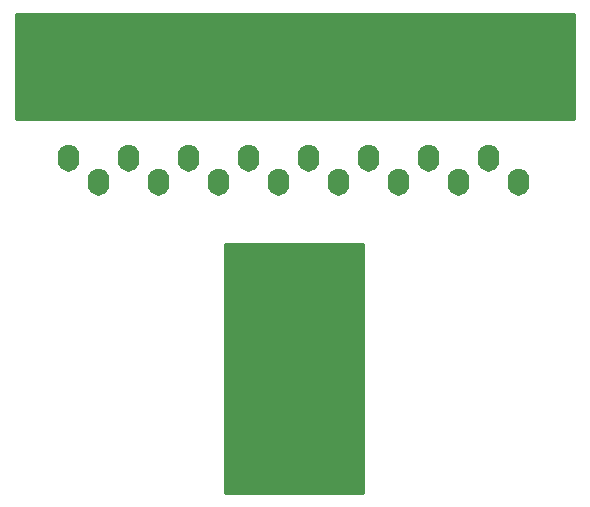
<source format=gts>
%FSTAX24Y24*%
%MOIN*%
%IN card16pad.gts *%
%ADD10C,0.0100*%
%ADD11C,0.0300*%
%ADD12C,0.0800*%
%ADD13R,0.0800X0.0800*%
D10*X012277Y004875D02*G01X007677D01*Y013175D01*X012277D01*Y004875D01*
G36*G01X007677D01*Y013175D01*X012277D01*Y004875D01*G37*
X00071Y017366D02*G01Y020866D01*X019335D01*Y017366D01*X00071D01*G36*
G01Y020866D01*X019335D01*Y017366D01*X00071D01*G37*X00246Y015666D02*
G01X002538Y015676D01*X00261Y015706D01*X002672Y015754D01*
X00272Y015816D01*X00275Y015888D01*X00276Y015966D01*Y016166D01*
X00275Y016244D01*X00272Y016316D01*X002672Y016378D01*X00261Y016426D01*
X002538Y016456D01*X00246Y016466D01*X002383Y016456D01*X00231Y016426D01*
X002248Y016378D01*X0022Y016316D01*X00217Y016244D01*X00216Y016166D01*
Y015966D01*X00217Y015888D01*X0022Y015816D01*X002248Y015754D01*
X00231Y015706D01*X002383Y015676D01*X00246Y015666D01*G36*
G01X002538Y015676D01*X00261Y015706D01*X002672Y015754D01*
X00272Y015816D01*X00275Y015888D01*X00276Y015966D01*Y016166D01*
X00275Y016244D01*X00272Y016316D01*X002672Y016378D01*X00261Y016426D01*
X002538Y016456D01*X00246Y016466D01*X002383Y016456D01*X00231Y016426D01*
X002248Y016378D01*X0022Y016316D01*X00217Y016244D01*X00216Y016166D01*
Y015966D01*X00217Y015888D01*X0022Y015816D01*X002248Y015754D01*
X00231Y015706D01*X002383Y015676D01*X00246Y015666D01*G37*X00446D02*
G01X004538Y015676D01*X00461Y015706D01*X004672Y015754D01*
X00472Y015816D01*X00475Y015888D01*X00476Y015966D01*Y016166D01*
X00475Y016244D01*X00472Y016316D01*X004672Y016378D01*X00461Y016426D01*
X004538Y016456D01*X00446Y016466D01*X004383Y016456D01*X00431Y016426D01*
X004248Y016378D01*X0042Y016316D01*X00417Y016244D01*X00416Y016166D01*
Y015966D01*X00417Y015888D01*X0042Y015816D01*X004248Y015754D01*
X00431Y015706D01*X004383Y015676D01*X00446Y015666D01*G36*
G01X004538Y015676D01*X00461Y015706D01*X004672Y015754D01*
X00472Y015816D01*X00475Y015888D01*X00476Y015966D01*Y016166D01*
X00475Y016244D01*X00472Y016316D01*X004672Y016378D01*X00461Y016426D01*
X004538Y016456D01*X00446Y016466D01*X004383Y016456D01*X00431Y016426D01*
X004248Y016378D01*X0042Y016316D01*X00417Y016244D01*X00416Y016166D01*
Y015966D01*X00417Y015888D01*X0042Y015816D01*X004248Y015754D01*
X00431Y015706D01*X004383Y015676D01*X00446Y015666D01*G37*X00646D02*
G01X006538Y015676D01*X00661Y015706D01*X006672Y015754D01*
X00672Y015816D01*X00675Y015888D01*X00676Y015966D01*Y016166D01*
X00675Y016244D01*X00672Y016316D01*X006672Y016378D01*X00661Y016426D01*
X006538Y016456D01*X00646Y016466D01*X006383Y016456D01*X00631Y016426D01*
X006248Y016378D01*X0062Y016316D01*X00617Y016244D01*X00616Y016166D01*
Y015966D01*X00617Y015888D01*X0062Y015816D01*X006248Y015754D01*
X00631Y015706D01*X006383Y015676D01*X00646Y015666D01*G36*
G01X006538Y015676D01*X00661Y015706D01*X006672Y015754D01*
X00672Y015816D01*X00675Y015888D01*X00676Y015966D01*Y016166D01*
X00675Y016244D01*X00672Y016316D01*X006672Y016378D01*X00661Y016426D01*
X006538Y016456D01*X00646Y016466D01*X006383Y016456D01*X00631Y016426D01*
X006248Y016378D01*X0062Y016316D01*X00617Y016244D01*X00616Y016166D01*
Y015966D01*X00617Y015888D01*X0062Y015816D01*X006248Y015754D01*
X00631Y015706D01*X006383Y015676D01*X00646Y015666D01*G37*X00846D02*
G01X008538Y015676D01*X00861Y015706D01*X008672Y015754D01*
X00872Y015816D01*X00875Y015888D01*X00876Y015966D01*Y016166D01*
X00875Y016244D01*X00872Y016316D01*X008672Y016378D01*X00861Y016426D01*
X008538Y016456D01*X00846Y016466D01*X008383Y016456D01*X00831Y016426D01*
X008248Y016378D01*X0082Y016316D01*X00817Y016244D01*X00816Y016166D01*
Y015966D01*X00817Y015888D01*X0082Y015816D01*X008248Y015754D01*
X00831Y015706D01*X008383Y015676D01*X00846Y015666D01*G36*
G01X008538Y015676D01*X00861Y015706D01*X008672Y015754D01*
X00872Y015816D01*X00875Y015888D01*X00876Y015966D01*Y016166D01*
X00875Y016244D01*X00872Y016316D01*X008672Y016378D01*X00861Y016426D01*
X008538Y016456D01*X00846Y016466D01*X008383Y016456D01*X00831Y016426D01*
X008248Y016378D01*X0082Y016316D01*X00817Y016244D01*X00816Y016166D01*
Y015966D01*X00817Y015888D01*X0082Y015816D01*X008248Y015754D01*
X00831Y015706D01*X008383Y015676D01*X00846Y015666D01*G37*X01046D02*
G01X010538Y015676D01*X01061Y015706D01*X010672Y015754D01*
X01072Y015816D01*X01075Y015888D01*X01076Y015966D01*Y016166D01*
X01075Y016244D01*X01072Y016316D01*X010672Y016378D01*X01061Y016426D01*
X010538Y016456D01*X01046Y016466D01*X010383Y016456D01*X01031Y016426D01*
X010248Y016378D01*X0102Y016316D01*X01017Y016244D01*X01016Y016166D01*
Y015966D01*X01017Y015888D01*X0102Y015816D01*X010248Y015754D01*
X01031Y015706D01*X010383Y015676D01*X01046Y015666D01*G36*
G01X010538Y015676D01*X01061Y015706D01*X010672Y015754D01*
X01072Y015816D01*X01075Y015888D01*X01076Y015966D01*Y016166D01*
X01075Y016244D01*X01072Y016316D01*X010672Y016378D01*X01061Y016426D01*
X010538Y016456D01*X01046Y016466D01*X010383Y016456D01*X01031Y016426D01*
X010248Y016378D01*X0102Y016316D01*X01017Y016244D01*X01016Y016166D01*
Y015966D01*X01017Y015888D01*X0102Y015816D01*X010248Y015754D01*
X01031Y015706D01*X010383Y015676D01*X01046Y015666D01*G37*X01246D02*
G01X012538Y015676D01*X01261Y015706D01*X012672Y015754D01*
X01272Y015816D01*X01275Y015888D01*X01276Y015966D01*Y016166D01*
X01275Y016244D01*X01272Y016316D01*X012672Y016378D01*X01261Y016426D01*
X012538Y016456D01*X01246Y016466D01*X012383Y016456D01*X01231Y016426D01*
X012248Y016378D01*X0122Y016316D01*X01217Y016244D01*X01216Y016166D01*
Y015966D01*X01217Y015888D01*X0122Y015816D01*X012248Y015754D01*
X01231Y015706D01*X012383Y015676D01*X01246Y015666D01*G36*
G01X012538Y015676D01*X01261Y015706D01*X012672Y015754D01*
X01272Y015816D01*X01275Y015888D01*X01276Y015966D01*Y016166D01*
X01275Y016244D01*X01272Y016316D01*X012672Y016378D01*X01261Y016426D01*
X012538Y016456D01*X01246Y016466D01*X012383Y016456D01*X01231Y016426D01*
X012248Y016378D01*X0122Y016316D01*X01217Y016244D01*X01216Y016166D01*
Y015966D01*X01217Y015888D01*X0122Y015816D01*X012248Y015754D01*
X01231Y015706D01*X012383Y015676D01*X01246Y015666D01*G37*X01446D02*
G01X014538Y015676D01*X01461Y015706D01*X014672Y015754D01*
X01472Y015816D01*X01475Y015888D01*X01476Y015966D01*Y016166D01*
X01475Y016244D01*X01472Y016316D01*X014672Y016378D01*X01461Y016426D01*
X014538Y016456D01*X01446Y016466D01*X014383Y016456D01*X01431Y016426D01*
X014248Y016378D01*X0142Y016316D01*X01417Y016244D01*X01416Y016166D01*
Y015966D01*X01417Y015888D01*X0142Y015816D01*X014248Y015754D01*
X01431Y015706D01*X014383Y015676D01*X01446Y015666D01*G36*
G01X014538Y015676D01*X01461Y015706D01*X014672Y015754D01*
X01472Y015816D01*X01475Y015888D01*X01476Y015966D01*Y016166D01*
X01475Y016244D01*X01472Y016316D01*X014672Y016378D01*X01461Y016426D01*
X014538Y016456D01*X01446Y016466D01*X014383Y016456D01*X01431Y016426D01*
X014248Y016378D01*X0142Y016316D01*X01417Y016244D01*X01416Y016166D01*
Y015966D01*X01417Y015888D01*X0142Y015816D01*X014248Y015754D01*
X01431Y015706D01*X014383Y015676D01*X01446Y015666D01*G37*X01646D02*
G01X016538Y015676D01*X01661Y015706D01*X016672Y015754D01*
X01672Y015816D01*X01675Y015888D01*X01676Y015966D01*Y016166D01*
X01675Y016244D01*X01672Y016316D01*X016672Y016378D01*X01661Y016426D01*
X016538Y016456D01*X01646Y016466D01*X016383Y016456D01*X01631Y016426D01*
X016248Y016378D01*X0162Y016316D01*X01617Y016244D01*X01616Y016166D01*
Y015966D01*X01617Y015888D01*X0162Y015816D01*X016248Y015754D01*
X01631Y015706D01*X016383Y015676D01*X01646Y015666D01*G36*
G01X016538Y015676D01*X01661Y015706D01*X016672Y015754D01*
X01672Y015816D01*X01675Y015888D01*X01676Y015966D01*Y016166D01*
X01675Y016244D01*X01672Y016316D01*X016672Y016378D01*X01661Y016426D01*
X016538Y016456D01*X01646Y016466D01*X016383Y016456D01*X01631Y016426D01*
X016248Y016378D01*X0162Y016316D01*X01617Y016244D01*X01616Y016166D01*
Y015966D01*X01617Y015888D01*X0162Y015816D01*X016248Y015754D01*
X01631Y015706D01*X016383Y015676D01*X01646Y015666D01*G37*
X00346Y014866D02*G01X003538Y014876D01*X00361Y014906D01*
X003672Y014954D01*X00372Y015016D01*X00375Y015088D01*X00376Y015166D01*
Y015366D01*X00375Y015444D01*X00372Y015516D01*X003672Y015578D01*
X00361Y015626D01*X003538Y015656D01*X00346Y015666D01*X003383Y015656D01*
X00331Y015626D01*X003248Y015578D01*X0032Y015516D01*X00317Y015444D01*
X00316Y015366D01*Y015166D01*X00317Y015088D01*X0032Y015016D01*
X003248Y014954D01*X00331Y014906D01*X003383Y014876D01*X00346Y014866D01*
G36*G01X003538Y014876D01*X00361Y014906D01*X003672Y014954D01*
X00372Y015016D01*X00375Y015088D01*X00376Y015166D01*Y015366D01*
X00375Y015444D01*X00372Y015516D01*X003672Y015578D01*X00361Y015626D01*
X003538Y015656D01*X00346Y015666D01*X003383Y015656D01*X00331Y015626D01*
X003248Y015578D01*X0032Y015516D01*X00317Y015444D01*X00316Y015366D01*
Y015166D01*X00317Y015088D01*X0032Y015016D01*X003248Y014954D01*
X00331Y014906D01*X003383Y014876D01*X00346Y014866D01*G37*X00546D02*
G01X005538Y014876D01*X00561Y014906D01*X005672Y014954D01*
X00572Y015016D01*X00575Y015088D01*X00576Y015166D01*Y015366D01*
X00575Y015444D01*X00572Y015516D01*X005672Y015578D01*X00561Y015626D01*
X005538Y015656D01*X00546Y015666D01*X005383Y015656D01*X00531Y015626D01*
X005248Y015578D01*X0052Y015516D01*X00517Y015444D01*X00516Y015366D01*
Y015166D01*X00517Y015088D01*X0052Y015016D01*X005248Y014954D01*
X00531Y014906D01*X005383Y014876D01*X00546Y014866D01*G36*
G01X005538Y014876D01*X00561Y014906D01*X005672Y014954D01*
X00572Y015016D01*X00575Y015088D01*X00576Y015166D01*Y015366D01*
X00575Y015444D01*X00572Y015516D01*X005672Y015578D01*X00561Y015626D01*
X005538Y015656D01*X00546Y015666D01*X005383Y015656D01*X00531Y015626D01*
X005248Y015578D01*X0052Y015516D01*X00517Y015444D01*X00516Y015366D01*
Y015166D01*X00517Y015088D01*X0052Y015016D01*X005248Y014954D01*
X00531Y014906D01*X005383Y014876D01*X00546Y014866D01*G37*X00746D02*
G01X007538Y014876D01*X00761Y014906D01*X007672Y014954D01*
X00772Y015016D01*X00775Y015088D01*X00776Y015166D01*Y015366D01*
X00775Y015444D01*X00772Y015516D01*X007672Y015578D01*X00761Y015626D01*
X007538Y015656D01*X00746Y015666D01*X007383Y015656D01*X00731Y015626D01*
X007248Y015578D01*X0072Y015516D01*X00717Y015444D01*X00716Y015366D01*
Y015166D01*X00717Y015088D01*X0072Y015016D01*X007248Y014954D01*
X00731Y014906D01*X007383Y014876D01*X00746Y014866D01*G36*
G01X007538Y014876D01*X00761Y014906D01*X007672Y014954D01*
X00772Y015016D01*X00775Y015088D01*X00776Y015166D01*Y015366D01*
X00775Y015444D01*X00772Y015516D01*X007672Y015578D01*X00761Y015626D01*
X007538Y015656D01*X00746Y015666D01*X007383Y015656D01*X00731Y015626D01*
X007248Y015578D01*X0072Y015516D01*X00717Y015444D01*X00716Y015366D01*
Y015166D01*X00717Y015088D01*X0072Y015016D01*X007248Y014954D01*
X00731Y014906D01*X007383Y014876D01*X00746Y014866D01*G37*X00946D02*
G01X009538Y014876D01*X00961Y014906D01*X009672Y014954D01*
X00972Y015016D01*X00975Y015088D01*X00976Y015166D01*Y015366D01*
X00975Y015444D01*X00972Y015516D01*X009672Y015578D01*X00961Y015626D01*
X009538Y015656D01*X00946Y015666D01*X009383Y015656D01*X00931Y015626D01*
X009248Y015578D01*X0092Y015516D01*X00917Y015444D01*X00916Y015366D01*
Y015166D01*X00917Y015088D01*X0092Y015016D01*X009248Y014954D01*
X00931Y014906D01*X009383Y014876D01*X00946Y014866D01*G36*
G01X009538Y014876D01*X00961Y014906D01*X009672Y014954D01*
X00972Y015016D01*X00975Y015088D01*X00976Y015166D01*Y015366D01*
X00975Y015444D01*X00972Y015516D01*X009672Y015578D01*X00961Y015626D01*
X009538Y015656D01*X00946Y015666D01*X009383Y015656D01*X00931Y015626D01*
X009248Y015578D01*X0092Y015516D01*X00917Y015444D01*X00916Y015366D01*
Y015166D01*X00917Y015088D01*X0092Y015016D01*X009248Y014954D01*
X00931Y014906D01*X009383Y014876D01*X00946Y014866D01*G37*X01146D02*
G01X011538Y014876D01*X01161Y014906D01*X011672Y014954D01*
X01172Y015016D01*X01175Y015088D01*X01176Y015166D01*Y015366D01*
X01175Y015444D01*X01172Y015516D01*X011672Y015578D01*X01161Y015626D01*
X011538Y015656D01*X01146Y015666D01*X011383Y015656D01*X01131Y015626D01*
X011248Y015578D01*X0112Y015516D01*X01117Y015444D01*X01116Y015366D01*
Y015166D01*X01117Y015088D01*X0112Y015016D01*X011248Y014954D01*
X01131Y014906D01*X011383Y014876D01*X01146Y014866D01*G36*
G01X011538Y014876D01*X01161Y014906D01*X011672Y014954D01*
X01172Y015016D01*X01175Y015088D01*X01176Y015166D01*Y015366D01*
X01175Y015444D01*X01172Y015516D01*X011672Y015578D01*X01161Y015626D01*
X011538Y015656D01*X01146Y015666D01*X011383Y015656D01*X01131Y015626D01*
X011248Y015578D01*X0112Y015516D01*X01117Y015444D01*X01116Y015366D01*
Y015166D01*X01117Y015088D01*X0112Y015016D01*X011248Y014954D01*
X01131Y014906D01*X011383Y014876D01*X01146Y014866D01*G37*X01346D02*
G01X013538Y014876D01*X01361Y014906D01*X013672Y014954D01*
X01372Y015016D01*X01375Y015088D01*X01376Y015166D01*Y015366D01*
X01375Y015444D01*X01372Y015516D01*X013672Y015578D01*X01361Y015626D01*
X013538Y015656D01*X01346Y015666D01*X013383Y015656D01*X01331Y015626D01*
X013248Y015578D01*X0132Y015516D01*X01317Y015444D01*X01316Y015366D01*
Y015166D01*X01317Y015088D01*X0132Y015016D01*X013248Y014954D01*
X01331Y014906D01*X013383Y014876D01*X01346Y014866D01*G36*
G01X013538Y014876D01*X01361Y014906D01*X013672Y014954D01*
X01372Y015016D01*X01375Y015088D01*X01376Y015166D01*Y015366D01*
X01375Y015444D01*X01372Y015516D01*X013672Y015578D01*X01361Y015626D01*
X013538Y015656D01*X01346Y015666D01*X013383Y015656D01*X01331Y015626D01*
X013248Y015578D01*X0132Y015516D01*X01317Y015444D01*X01316Y015366D01*
Y015166D01*X01317Y015088D01*X0132Y015016D01*X013248Y014954D01*
X01331Y014906D01*X013383Y014876D01*X01346Y014866D01*G37*X01546D02*
G01X015538Y014876D01*X01561Y014906D01*X015672Y014954D01*
X01572Y015016D01*X01575Y015088D01*X01576Y015166D01*Y015366D01*
X01575Y015444D01*X01572Y015516D01*X015672Y015578D01*X01561Y015626D01*
X015538Y015656D01*X01546Y015666D01*X015383Y015656D01*X01531Y015626D01*
X015248Y015578D01*X0152Y015516D01*X01517Y015444D01*X01516Y015366D01*
Y015166D01*X01517Y015088D01*X0152Y015016D01*X015248Y014954D01*
X01531Y014906D01*X015383Y014876D01*X01546Y014866D01*G36*
G01X015538Y014876D01*X01561Y014906D01*X015672Y014954D01*
X01572Y015016D01*X01575Y015088D01*X01576Y015166D01*Y015366D01*
X01575Y015444D01*X01572Y015516D01*X015672Y015578D01*X01561Y015626D01*
X015538Y015656D01*X01546Y015666D01*X015383Y015656D01*X01531Y015626D01*
X015248Y015578D01*X0152Y015516D01*X01517Y015444D01*X01516Y015366D01*
Y015166D01*X01517Y015088D01*X0152Y015016D01*X015248Y014954D01*
X01531Y014906D01*X015383Y014876D01*X01546Y014866D01*G37*X01746D02*
G01X017538Y014876D01*X01761Y014906D01*X017672Y014954D01*
X01772Y015016D01*X01775Y015088D01*X01776Y015166D01*Y015366D01*
X01775Y015444D01*X01772Y015516D01*X017672Y015578D01*X01761Y015626D01*
X017538Y015656D01*X01746Y015666D01*X017383Y015656D01*X01731Y015626D01*
X017248Y015578D01*X0172Y015516D01*X01717Y015444D01*X01716Y015366D01*
Y015166D01*X01717Y015088D01*X0172Y015016D01*X017248Y014954D01*
X01731Y014906D01*X017383Y014876D01*X01746Y014866D01*G36*
G01X017538Y014876D01*X01761Y014906D01*X017672Y014954D01*
X01772Y015016D01*X01775Y015088D01*X01776Y015166D01*Y015366D01*
X01775Y015444D01*X01772Y015516D01*X017672Y015578D01*X01761Y015626D01*
X017538Y015656D01*X01746Y015666D01*X017383Y015656D01*X01731Y015626D01*
X017248Y015578D01*X0172Y015516D01*X01717Y015444D01*X01716Y015366D01*
Y015166D01*X01717Y015088D01*X0172Y015016D01*X017248Y014954D01*
X01731Y014906D01*X017383Y014876D01*X01746Y014866D01*G37*
%LPC*%
%LPD*%
D12*X01146Y005591D03*X00846Y011591D03*Y010591D03*Y009591D03*Y008591D03*
Y007591D03*Y006591D03*D13*Y005591D03*D12*X01146Y006591D03*Y007591D03*
Y008591D03*Y009591D03*Y010591D03*Y011591D03*Y012591D03*X00846D03*
M02*
</source>
